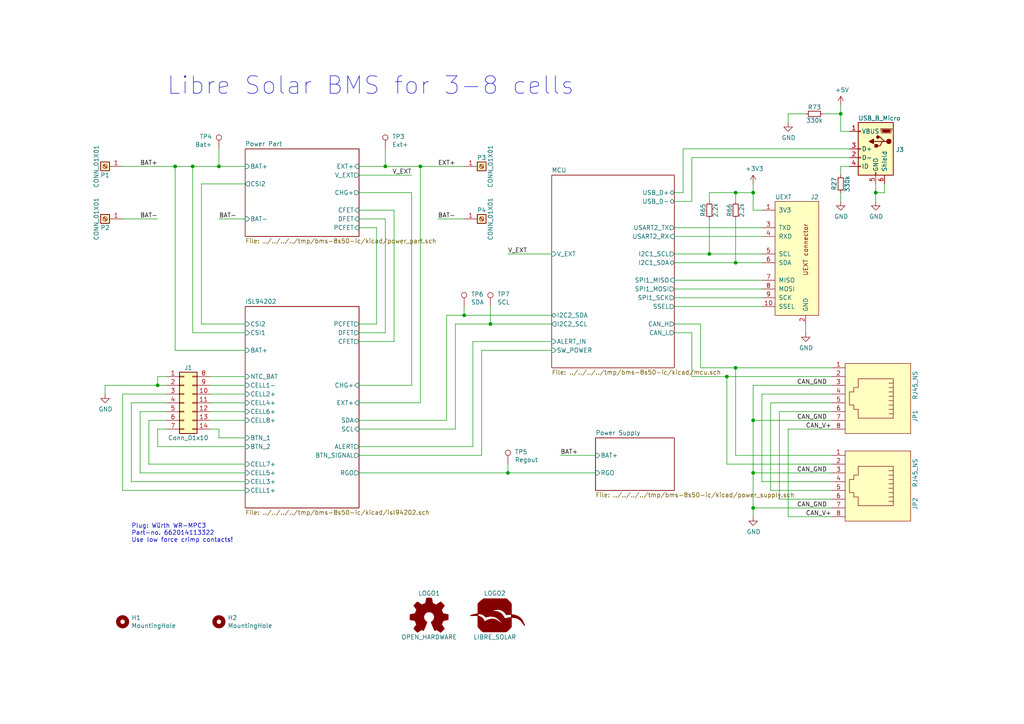
<source format=kicad_sch>
(kicad_sch (version 20230121) (generator eeschema)
  (paper "A4")
  (title_block (title "BMS 8S50 IC") (date "2020-05-08") (rev "0.1.1") (company "Libre Solar") (comment 1 "License: CC-BY-SA") (comment 2 "Author: Martin Jäger"))
  (lib_symbols
    (symbol "Connector:Screw_Terminal_01x01" (pin_names (offset 1.016) hide)
      (property "Reference" "J" (at 0 2.54 0))
      (property "Value" "Screw_Terminal_01x01" (at 0 -2.54 0))
      (symbol "Screw_Terminal_01x01_1_1"
        (pin passive line (at -5.08 0 0) (length 3.81) (name "Pin_1") (number "1"))
      )
    )
    (symbol "Connector:TestPoint" (pin_numbers hide) (pin_names (offset 0.762) hide)
      (property "Reference" "TP" (at 0 6.858 0))
      (property "Value" "TestPoint" (at 0 5.08 0))
      (symbol "TestPoint_1_1"
        (pin passive line (at 0 0 90) (length 2.54) (name "1") (number "1"))
      )
    )
    (symbol "Connector_Generic:Conn_02x07_Top_Bottom" (pin_names (offset 1.016) hide)
      (property "Reference" "J" (at 1.27 10.16 0))
      (property "Value" "Conn_02x07_Top_Bottom" (at 1.27 -10.16 0))
      (symbol "Conn_02x07_Top_Bottom_1_1"
        (pin passive line (at -5.08 7.62 0) (length 3.81) (name "Pin_1") (number "1"))
        (pin passive line (at 7.62 2.54 180) (length 3.81) (name "Pin_10") (number "10"))
        (pin passive line (at 7.62 0 180) (length 3.81) (name "Pin_11") (number "11"))
        (pin passive line (at 7.62 -2.54 180) (length 3.81) (name "Pin_12") (number "12"))
        (pin passive line (at 7.62 -5.08 180) (length 3.81) (name "Pin_13") (number "13"))
        (pin passive line (at 7.62 -7.62 180) (length 3.81) (name "Pin_14") (number "14"))
        (pin passive line (at -5.08 5.08 0) (length 3.81) (name "Pin_2") (number "2"))
        (pin passive line (at -5.08 2.54 0) (length 3.81) (name "Pin_3") (number "3"))
        (pin passive line (at -5.08 0 0) (length 3.81) (name "Pin_4") (number "4"))
        (pin passive line (at -5.08 -2.54 0) (length 3.81) (name "Pin_5") (number "5"))
        (pin passive line (at -5.08 -5.08 0) (length 3.81) (name "Pin_6") (number "6"))
        (pin passive line (at -5.08 -7.62 0) (length 3.81) (name "Pin_7") (number "7"))
        (pin passive line (at 7.62 7.62 180) (length 3.81) (name "Pin_8") (number "8"))
        (pin passive line (at 7.62 5.08 180) (length 3.81) (name "Pin_9") (number "9"))
      )
    )
    (symbol "Mechanical:MountingHole" (pin_names (offset 1.016))
      (property "Reference" "H" (at 0 5.08 0))
      (property "Value" "MountingHole" (at 0 3.175 0))
    )
    (symbol "Project:LibreSolar_Logo" (pin_numbers hide) (pin_names (offset 1.016) hide)
      (property "Reference" "LOGO" (at 0 6.985 0))
      (property "Value" "LibreSolar_Logo" (at 0 -5.715 0))
    )
    (symbol "Project:Logo_Open_Hardware_Small" (pin_names (offset 1.016)))
    (symbol "Project:R" (pin_numbers hide) (pin_names (offset 0.254) hide)
      (property "Reference" "R" (at -1.905 0 90))
      (property "Value" "R" (at 1.905 0 90))
      (symbol "R_1_1"
        (pin passive line (at 0 2.54 270) (length 0.762) (name "~") (number "1"))
        (pin passive line (at 0 -2.54 90) (length 0.762) (name "~") (number "2"))
      )
    )
    (symbol "Project:RJ45_NS" (pin_names (offset 1.016))
      (property "Reference" "J" (at 8.89 12.7 0))
      (property "Value" "RJ45_NS" (at -6.35 12.7 0))
      (symbol "RJ45_NS_1_1"
        (pin passive line (at -8.89 -11.43 90) (length 3.81) (name "~") (number "1"))
        (pin passive line (at -6.35 -11.43 90) (length 3.81) (name "~") (number "2"))
        (pin passive line (at -3.81 -11.43 90) (length 3.81) (name "~") (number "3"))
        (pin passive line (at -1.27 -11.43 90) (length 3.81) (name "~") (number "4"))
        (pin passive line (at 1.27 -11.43 90) (length 3.81) (name "~") (number "5"))
        (pin passive line (at 3.81 -11.43 90) (length 3.81) (name "~") (number "6"))
        (pin passive line (at 6.35 -11.43 90) (length 3.81) (name "~") (number "7"))
        (pin passive line (at 8.89 -11.43 90) (length 3.81) (name "~") (number "8"))
      )
    )
    (symbol "bms-8s50-ic-rescue:+3.3V-power" (power) (pin_names (offset 0))
      (property "Value" "+3.3V-power" (at 0 3.556 0))
      (symbol "+3.3V-power_1_1"
        (pin power_in line (at 0 0 90) (length 0) hide (name "+3V3") (number "1"))
      )
    )
    (symbol "bms-8s50-ic-rescue:UEXT-LibreSolar" (pin_names (offset 1.016))
      (property "Reference" "J" (at -6.35 19.05 0))
      (property "Value" "LibreSolar_UEXT" (at 6.35 19.05 0))
      (symbol "UEXT-LibreSolar_0_0"
        (text "UEXT connector" (at -2.54 3.81 900) (effects (font (size 1.27 1.27))))
        (pin passive line (at 10.16 7.62 180) (length 3.81) (name "RXD") (number "4"))
      )
      (symbol "UEXT-LibreSolar_1_1"
        (pin passive line (at 10.16 15.24 180) (length 3.81) (name "3V3") (number "1"))
        (pin passive line (at 10.16 -12.7 180) (length 3.81) (name "SSEL") (number "10"))
        (pin passive line (at -2.54 -17.78 90) (length 2.54) (name "GND") (number "2"))
        (pin passive line (at 10.16 10.16 180) (length 3.81) (name "TXD") (number "3"))
        (pin passive line (at 10.16 2.54 180) (length 3.81) (name "SCL") (number "5"))
        (pin passive line (at 10.16 0 180) (length 3.81) (name "SDA") (number "6"))
        (pin passive line (at 10.16 -5.08 180) (length 3.81) (name "MISO") (number "7"))
        (pin passive line (at 10.16 -7.62 180) (length 3.81) (name "MOSI") (number "8"))
        (pin passive line (at 10.16 -10.16 180) (length 3.81) (name "SCK") (number "9"))
      )
    )
    (symbol "bms-8s50-ic-rescue:USB_B_Micro-Connector" (pin_names (offset 1.016))
      (property "Reference" "J" (at -5.08 11.43 0))
      (property "Value" "Connector_USB_B_Micro" (at -5.08 8.89 0))
      (symbol "USB_B_Micro-Connector_1_1"
        (pin power_out line (at 7.62 5.08 180) (length 2.54) (name "VBUS") (number "1"))
        (pin passive line (at 7.62 -2.54 180) (length 2.54) (name "D-") (number "2"))
        (pin passive line (at 7.62 0 180) (length 2.54) (name "D+") (number "3"))
        (pin passive line (at 7.62 -5.08 180) (length 2.54) (name "ID") (number "4"))
        (pin power_out line (at 0 -10.16 90) (length 2.54) (name "GND") (number "5"))
        (pin passive line (at -2.54 -10.16 90) (length 2.54) (name "Shield") (number "6"))
      )
    )
    (symbol "power:+5V" (power) (pin_names (offset 0))
      (property "Value" "+5V" (at 0 3.556 0))
      (symbol "+5V_1_1"
        (pin power_in line (at 0 0 90) (length 0) hide (name "+5V") (number "1"))
      )
    )
    (symbol "power:GND" (power) (pin_names (offset 0))
      (property "Value" "GND" (at 0 -3.81 0))
      (symbol "GND_1_1"
        (pin power_in line (at 0 0 270) (length 0) hide (name "GND") (number "1"))
      )
    )
  )
  (junction (at 147.32 137.16))
  (junction (at 218.44 121.92))
  (junction (at 63.5 48.26))
  (junction (at 213.36 76.2))
  (junction (at 210.82 109.22))
  (junction (at 134.62 91.44))
  (junction (at 213.36 106.68))
  (junction (at 50.8 48.26))
  (junction (at 213.36 55.88))
  (junction (at 218.44 147.32))
  (junction (at 121.92 48.26))
  (junction (at 142.24 93.98))
  (junction (at 111.76 48.26))
  (junction (at 205.74 73.66))
  (junction (at 45.72 111.76))
  (junction (at 218.44 55.88))
  (junction (at 254 55.88))
  (junction (at 55.88 48.26))
  (junction (at 243.84 33.02))
  (junction (at 218.44 137.16))
  (wire (pts (xy 35.56 48.26) (xy 50.8 48.26)))
  (wire (pts (xy 226.06 119.38) (xy 226.06 144.78)))
  (wire (pts (xy 220.98 88.9) (xy 195.58 88.9)))
  (wire (pts (xy 220.98 114.3) (xy 220.98 139.7)))
  (wire (pts (xy 220.98 83.82) (xy 195.58 83.82)))
  (wire (pts (xy 213.36 63.5) (xy 213.36 76.2)))
  (wire (pts (xy 121.92 48.26) (xy 111.76 48.26)))
  (wire (pts (xy 218.44 111.76) (xy 218.44 121.92)))
  (wire (pts (xy 43.18 121.92) (xy 43.18 134.62)))
  (wire (pts (xy 218.44 147.32) (xy 241.3 147.32)))
  (wire (pts (xy 160.02 99.06) (xy 137.16 99.06)))
  (wire (pts (xy 63.5 127) (xy 63.5 124.46)))
  (wire (pts (xy 223.52 142.24) (xy 241.3 142.24)))
  (wire (pts (xy 114.3 60.96) (xy 114.3 99.06)))
  (wire (pts (xy 228.6 33.02) (xy 228.6 35.56)))
  (wire (pts (xy 121.92 48.26) (xy 134.62 48.26)))
  (wire (pts (xy 200.66 45.72) (xy 200.66 58.42)))
  (wire (pts (xy 48.26 109.22) (xy 45.72 109.22)))
  (wire (pts (xy 220.98 68.58) (xy 195.58 68.58)))
  (wire (pts (xy 213.36 132.08) (xy 241.3 132.08)))
  (wire (pts (xy 243.84 38.1) (xy 243.84 33.02)))
  (wire (pts (xy 205.74 55.88) (xy 213.36 55.88)))
  (wire (pts (xy 147.32 134.62) (xy 147.32 137.16)))
  (wire (pts (xy 241.3 116.84) (xy 223.52 116.84)))
  (wire (pts (xy 45.72 124.46) (xy 45.72 129.54)))
  (wire (pts (xy 210.82 109.22) (xy 241.3 109.22)))
  (wire (pts (xy 210.82 109.22) (xy 200.66 109.22)))
  (wire (pts (xy 129.54 91.44) (xy 134.62 91.44)))
  (wire (pts (xy 35.56 63.5) (xy 45.72 63.5)))
  (wire (pts (xy 137.16 99.06) (xy 137.16 129.54)))
  (wire (pts (xy 241.3 114.3) (xy 220.98 114.3)))
  (wire (pts (xy 205.74 73.66) (xy 220.98 73.66)))
  (wire (pts (xy 218.44 60.96) (xy 218.44 55.88)))
  (wire (pts (xy 71.12 127) (xy 63.5 127)))
  (wire (pts (xy 228.6 124.46) (xy 241.3 124.46)))
  (wire (pts (xy 132.08 93.98) (xy 142.24 93.98)))
  (wire (pts (xy 147.32 137.16) (xy 172.72 137.16)))
  (wire (pts (xy 45.72 109.22) (xy 45.72 111.76)))
  (wire (pts (xy 220.98 60.96) (xy 218.44 60.96)))
  (wire (pts (xy 50.8 48.26) (xy 55.88 48.26)))
  (wire (pts (xy 218.44 55.88) (xy 218.44 53.34)))
  (wire (pts (xy 30.48 111.76) (xy 45.72 111.76)))
  (wire (pts (xy 109.22 93.98) (xy 104.14 93.98)))
  (wire (pts (xy 210.82 109.22) (xy 210.82 134.62)))
  (wire (pts (xy 220.98 139.7) (xy 241.3 139.7)))
  (wire (pts (xy 104.14 96.52) (xy 111.76 96.52)))
  (wire (pts (xy 63.5 48.26) (xy 55.88 48.26)))
  (wire (pts (xy 71.12 96.52) (xy 55.88 96.52)))
  (wire (pts (xy 218.44 55.88) (xy 213.36 55.88)))
  (wire (pts (xy 195.58 86.36) (xy 220.98 86.36)))
  (wire (pts (xy 71.12 53.34) (xy 58.42 53.34)))
  (wire (pts (xy 134.62 91.44) (xy 160.02 91.44)))
  (wire (pts (xy 228.6 149.86) (xy 241.3 149.86)))
  (wire (pts (xy 58.42 53.34) (xy 58.42 93.98)))
  (wire (pts (xy 63.5 124.46) (xy 60.96 124.46)))
  (wire (pts (xy 218.44 137.16) (xy 218.44 147.32)))
  (wire (pts (xy 213.36 55.88) (xy 213.36 58.42)))
  (wire (pts (xy 48.26 124.46) (xy 45.72 124.46)))
  (wire (pts (xy 60.96 114.3) (xy 71.12 114.3)))
  (wire (pts (xy 48.26 121.92) (xy 43.18 121.92)))
  (wire (pts (xy 129.54 91.44) (xy 129.54 121.92)))
  (wire (pts (xy 71.12 101.6) (xy 50.8 101.6)))
  (wire (pts (xy 60.96 109.22) (xy 71.12 109.22)))
  (wire (pts (xy 60.96 119.38) (xy 71.12 119.38)))
  (wire (pts (xy 109.22 66.04) (xy 109.22 93.98)))
  (wire (pts (xy 121.92 48.26) (xy 121.92 116.84)))
  (wire (pts (xy 63.5 63.5) (xy 71.12 63.5)))
  (wire (pts (xy 45.72 111.76) (xy 48.26 111.76)))
  (wire (pts (xy 38.1 139.7) (xy 38.1 116.84)))
  (wire (pts (xy 129.54 121.92) (xy 104.14 121.92)))
  (wire (pts (xy 195.58 96.52) (xy 200.66 96.52)))
  (wire (pts (xy 243.84 33.02) (xy 243.84 30.48)))
  (wire (pts (xy 243.84 55.88) (xy 243.84 58.42)))
  (wire (pts (xy 119.38 55.88) (xy 119.38 111.76)))
  (wire (pts (xy 30.48 111.76) (xy 30.48 114.3)))
  (wire (pts (xy 203.2 106.68) (xy 213.36 106.68)))
  (wire (pts (xy 218.44 111.76) (xy 241.3 111.76)))
  (wire (pts (xy 243.84 48.26) (xy 243.84 50.8)))
  (wire (pts (xy 71.12 48.26) (xy 63.5 48.26)))
  (wire (pts (xy 254 55.88) (xy 256.54 55.88)))
  (wire (pts (xy 139.7 132.08) (xy 104.14 132.08)))
  (wire (pts (xy 218.44 121.92) (xy 218.44 137.16)))
  (wire (pts (xy 114.3 99.06) (xy 104.14 99.06)))
  (wire (pts (xy 60.96 111.76) (xy 71.12 111.76)))
  (wire (pts (xy 40.64 119.38) (xy 48.26 119.38)))
  (wire (pts (xy 104.14 137.16) (xy 147.32 137.16)))
  (wire (pts (xy 104.14 55.88) (xy 119.38 55.88)))
  (wire (pts (xy 243.84 33.02) (xy 238.76 33.02)))
  (wire (pts (xy 43.18 134.62) (xy 71.12 134.62)))
  (wire (pts (xy 200.66 109.22) (xy 200.66 96.52)))
  (wire (pts (xy 35.56 114.3) (xy 48.26 114.3)))
  (wire (pts (xy 40.64 137.16) (xy 40.64 119.38)))
  (wire (pts (xy 218.44 147.32) (xy 218.44 149.86)))
  (wire (pts (xy 45.72 129.54) (xy 71.12 129.54)))
  (wire (pts (xy 132.08 124.46) (xy 132.08 93.98)))
  (wire (pts (xy 55.88 96.52) (xy 55.88 48.26)))
  (wire (pts (xy 142.24 88.9) (xy 142.24 93.98)))
  (wire (pts (xy 104.14 124.46) (xy 132.08 124.46)))
  (wire (pts (xy 246.38 48.26) (xy 243.84 48.26)))
  (wire (pts (xy 134.62 88.9) (xy 134.62 91.44)))
  (wire (pts (xy 195.58 76.2) (xy 213.36 76.2)))
  (wire (pts (xy 111.76 96.52) (xy 111.76 63.5)))
  (wire (pts (xy 111.76 48.26) (xy 104.14 48.26)))
  (wire (pts (xy 218.44 121.92) (xy 241.3 121.92)))
  (wire (pts (xy 205.74 58.42) (xy 205.74 55.88)))
  (wire (pts (xy 71.12 139.7) (xy 38.1 139.7)))
  (wire (pts (xy 198.12 43.18) (xy 246.38 43.18)))
  (wire (pts (xy 254 53.34) (xy 254 55.88)))
  (wire (pts (xy 254 55.88) (xy 254 58.42)))
  (wire (pts (xy 213.36 106.68) (xy 213.36 132.08)))
  (wire (pts (xy 58.42 93.98) (xy 71.12 93.98)))
  (wire (pts (xy 160.02 73.66) (xy 147.32 73.66)))
  (wire (pts (xy 200.66 58.42) (xy 195.58 58.42)))
  (wire (pts (xy 119.38 111.76) (xy 104.14 111.76)))
  (wire (pts (xy 195.58 93.98) (xy 203.2 93.98)))
  (wire (pts (xy 137.16 129.54) (xy 104.14 129.54)))
  (wire (pts (xy 210.82 134.62) (xy 241.3 134.62)))
  (wire (pts (xy 142.24 93.98) (xy 160.02 93.98)))
  (wire (pts (xy 246.38 38.1) (xy 243.84 38.1)))
  (wire (pts (xy 38.1 116.84) (xy 48.26 116.84)))
  (wire (pts (xy 160.02 101.6) (xy 139.7 101.6)))
  (wire (pts (xy 233.68 96.52) (xy 233.68 93.98)))
  (wire (pts (xy 198.12 55.88) (xy 198.12 43.18)))
  (wire (pts (xy 213.36 76.2) (xy 220.98 76.2)))
  (wire (pts (xy 228.6 124.46) (xy 228.6 149.86)))
  (wire (pts (xy 203.2 93.98) (xy 203.2 106.68)))
  (wire (pts (xy 226.06 144.78) (xy 241.3 144.78)))
  (wire (pts (xy 246.38 45.72) (xy 200.66 45.72)))
  (wire (pts (xy 104.14 60.96) (xy 114.3 60.96)))
  (wire (pts (xy 213.36 106.68) (xy 241.3 106.68)))
  (wire (pts (xy 256.54 55.88) (xy 256.54 53.34)))
  (wire (pts (xy 162.56 132.08) (xy 172.72 132.08)))
  (wire (pts (xy 220.98 66.04) (xy 195.58 66.04)))
  (wire (pts (xy 127 63.5) (xy 134.62 63.5)))
  (wire (pts (xy 205.74 63.5) (xy 205.74 73.66)))
  (wire (pts (xy 60.96 121.92) (xy 71.12 121.92)))
  (wire (pts (xy 111.76 43.18) (xy 111.76 48.26)))
  (wire (pts (xy 35.56 114.3) (xy 35.56 142.24)))
  (wire (pts (xy 195.58 55.88) (xy 198.12 55.88)))
  (wire (pts (xy 139.7 101.6) (xy 139.7 132.08)))
  (wire (pts (xy 71.12 137.16) (xy 40.64 137.16)))
  (wire (pts (xy 121.92 116.84) (xy 104.14 116.84)))
  (wire (pts (xy 35.56 142.24) (xy 71.12 142.24)))
  (wire (pts (xy 104.14 66.04) (xy 109.22 66.04)))
  (wire (pts (xy 195.58 81.28) (xy 220.98 81.28)))
  (wire (pts (xy 60.96 116.84) (xy 71.12 116.84)))
  (wire (pts (xy 111.76 63.5) (xy 104.14 63.5)))
  (wire (pts (xy 218.44 137.16) (xy 241.3 137.16)))
  (wire (pts (xy 63.5 43.18) (xy 63.5 48.26)))
  (wire (pts (xy 195.58 73.66) (xy 205.74 73.66)))
  (wire (pts (xy 50.8 101.6) (xy 50.8 48.26)))
  (wire (pts (xy 233.68 33.02) (xy 228.6 33.02)))
  (wire (pts (xy 104.14 50.8) (xy 119.38 50.8)))
  (wire (pts (xy 223.52 116.84) (xy 223.52 142.24)))
  (wire (pts (xy 226.06 119.38) (xy 241.3 119.38)))
  (text "Plug: Würth WR-MPC3\nPart-no. 662014113322\nUse low force crimp contacts!" (at 38.1 157.48 0) (effects (font (size 1.27 1.27)) (justify left bottom)))
  (text "Libre Solar BMS for 3-8 cells" (at 48.26 27.94 0) (effects (font (size 5.08 5.08)) (justify left bottom)))
  (label "CAN_GND" (at 231.14 111.76 0))
  (label "CAN_GND" (at 231.14 121.92 0))
  (label "BAT-" (at 45.72 63.5 180))
  (label "BAT+" (at 45.72 48.26 180))
  (label "CAN_GND" (at 231.14 147.32 0))
  (label "BAT-" (at 63.5 63.5 0))
  (label "V_EXT" (at 119.38 50.8 180))
  (label "CAN_GND" (at 231.14 137.16 0))
  (label "EXT+" (at 127 48.26 0))
  (label "V_EXT" (at 147.32 73.66 0))
  (label "CAN_V+" (at 233.68 149.86 0))
  (label "BAT+" (at 162.56 132.08 0))
  (label "CAN_V+" (at 233.68 124.46 0))
  (label "BAT-" (at 127 63.5 0))
  (symbol (lib_id "Project:LibreSolar_Logo") (at 143.51 179.07 0) (unit 1)
    (property "Reference" "LOGO2" (at 143.51 172.085 0))
    (property "Value" "LIBRE_SOLAR" (at 143.51 184.785 0))
    (property "Footprint" "LibreSolar:LIBRESOLAR_LOGO" (effects hide))
  )
  (symbol (lib_id "Project:Logo_Open_Hardware_Small") (at 124.46 179.07 0) (unit 1)
    (property "Reference" "LOGO1" (at 124.46 172.085 0))
    (property "Value" "OPEN_HARDWARE" (at 124.46 184.785 0))
    (property "Footprint" "Symbol:OSHW-Logo_5.7x6mm_SilkScreen" (effects hide))
  )
  (symbol (lib_id "Connector:TestPoint") (at 63.5 43.18 0) (mirror y) (unit 1)
    (property "Reference" "TP4" (at 61.5188 39.624 0) (effects (justify left)))
    (property "Value" "Bat+" (at 61.5188 41.9354 0) (effects (justify left)))
    (property "Footprint" "LibreSolar:TestPoint_1mm_pad" (effects hide))
  )
  (symbol (lib_id "Connector:TestPoint") (at 147.32 134.62 0) (unit 1)
    (property "Reference" "TP5" (at 149.3012 131.064 0) (effects (justify left)))
    (property "Value" "Regout" (at 149.3012 133.3754 0) (effects (justify left)))
    (property "Footprint" "LibreSolar:TestPoint_1mm_pad" (effects hide))
  )
  (symbol (lib_id "Connector:TestPoint") (at 111.76 43.18 0) (unit 1)
    (property "Reference" "TP3" (at 113.7412 39.624 0) (effects (justify left)))
    (property "Value" "Ext+" (at 113.7412 41.9354 0) (effects (justify left)))
    (property "Footprint" "LibreSolar:TestPoint_1mm_pad" (effects hide))
  )
  (symbol (lib_id "Connector:TestPoint") (at 134.62 88.9 0) (unit 1)
    (property "Reference" "TP6" (at 136.6012 85.344 0) (effects (justify left)))
    (property "Value" "SDA" (at 136.6012 87.6554 0) (effects (justify left)))
    (property "Footprint" "LibreSolar:TestPoint_1mm_pad" (effects hide))
  )
  (symbol (lib_id "Connector:TestPoint") (at 142.24 88.9 0) (unit 1)
    (property "Reference" "TP7" (at 144.2212 85.344 0) (effects (justify left)))
    (property "Value" "SCL" (at 144.2212 87.6554 0) (effects (justify left)))
    (property "Footprint" "LibreSolar:TestPoint_1mm_pad" (effects hide))
  )
  (symbol (lib_id "Project:R") (at 213.36 60.96 0) (mirror x) (unit 1)
    (property "Reference" "R66" (at 211.582 60.96 90))
    (property "Value" "2.2k" (at 215.138 60.96 90))
    (property "Footprint" "LibreSolar:R_0603_1608" (effects hide))
    (property "Manufacturer" "Yageo" (effects hide))
    (property "PartNumber" "RC0603FR-072K2L" (effects hide))
  )
  (symbol (lib_id "Project:R") (at 205.74 60.96 0) (mirror x) (unit 1)
    (property "Reference" "R65" (at 203.962 60.96 90))
    (property "Value" "2.2k" (at 207.518 60.96 90))
    (property "Footprint" "LibreSolar:R_0603_1608" (effects hide))
    (property "Manufacturer" "Yageo" (effects hide))
    (property "PartNumber" "RC0603FR-072K2L" (effects hide))
  )
  (symbol (lib_id "bms-8s50-ic-rescue:USB_B_Micro-Connector") (at 254 43.18 0) (mirror y) (unit 1)
    (property "Reference" "J3" (at 259.8166 43.4086 0) (effects (justify right)))
    (property "Value" "USB_B_Micro" (at 248.92 34.29 0) (effects (justify right)))
    (property "Footprint" "LibreSolar:USB_Micro-B_10103594-0001LF" (effects hide))
    (property "Manufacturer" "Amphenol FCI" (effects hide))
    (property "PartNumber" "10103594-0001LF" (effects hide))
  )
  (symbol (lib_id "bms-8s50-ic-rescue:UEXT-LibreSolar") (at 231.14 76.2 0) (mirror y) (unit 1)
    (property "Reference" "J2" (at 237.49 57.15 0) (effects (justify left)))
    (property "Value" "UEXT" (at 224.79 57.15 0) (effects (justify right)))
    (property "Footprint" "LibreSolar:Box_Header_2x05x2.54mm_Straight" (effects hide))
    (property "Manufacturer" "Würth" (effects hide))
    (property "PartNumber" "61201021621" (effects hide))
  )
  (symbol (lib_id "Connector:Screw_Terminal_01x01") (at 30.48 48.26 180) (unit 1)
    (property "Reference" "P1" (at 30.48 50.8 0))
    (property "Value" "CONN_01X01" (at 27.94 48.26 90))
    (property "Footprint" "LibreSolar:Wuerth_WP-THRBU_74650195" (effects hide))
    (property "Manufacturer" "Wuerth" (effects hide))
    (property "PartNumber" "74650195" (effects hide))
  )
  (symbol (lib_id "Connector:Screw_Terminal_01x01") (at 30.48 63.5 180) (unit 1)
    (property "Reference" "P2" (at 30.48 66.04 0))
    (property "Value" "CONN_01X01" (at 27.94 63.5 90))
    (property "Footprint" "LibreSolar:Wuerth_WP-THRBU_74650195" (effects hide))
    (property "Manufacturer" "Wuerth" (effects hide))
    (property "PartNumber" "74650195" (effects hide))
  )
  (symbol (lib_id "Connector:Screw_Terminal_01x01") (at 139.7 48.26 0) (unit 1)
    (property "Reference" "P3" (at 139.7 45.72 0))
    (property "Value" "CONN_01X01" (at 142.24 48.26 90))
    (property "Footprint" "LibreSolar:Wuerth_WP-THRBU_74650195" (effects hide))
    (property "Manufacturer" "Wuerth" (effects hide))
  )
  (symbol (lib_id "Connector:Screw_Terminal_01x01") (at 139.7 63.5 0) (unit 1)
    (property "Reference" "P4" (at 139.7 60.96 0))
    (property "Value" "CONN_01X01" (at 142.24 63.5 90))
    (property "Footprint" "LibreSolar:Wuerth_WP-THRBU_74650195" (effects hide))
    (property "Manufacturer" "Wuerth" (effects hide))
    (property "PartNumber" "74650195" (effects hide))
  )
  (symbol (lib_id "power:GND") (at 233.68 96.52 0) (unit 1)
    (property "Reference" "#PWR0115" (effects hide))
    (property "Value" "GND" (at 233.807 100.9142 0))
  )
  (symbol (lib_id "power:GND") (at 254 58.42 0) (unit 1)
    (property "Reference" "#PWR0116" (effects hide))
    (property "Value" "GND" (at 254.127 62.8142 0))
  )
  (symbol (lib_id "Project:R") (at 243.84 53.34 0) (unit 1)
    (property "Reference" "R27" (at 241.935 53.34 90))
    (property "Value" "330k" (at 245.745 53.34 90))
    (property "Footprint" "LibreSolar:R_0603_1608" (effects hide))
    (property "Manufacturer" "Yageo" (effects hide))
    (property "PartNumber" "RC0603FR-07330KL" (effects hide))
  )
  (symbol (lib_id "power:GND") (at 243.84 58.42 0) (unit 1)
    (property "Reference" "#PWR0117" (effects hide))
    (property "Value" "GND" (at 243.967 62.8142 0))
  )
  (symbol (lib_id "bms-8s50-ic-rescue:+3.3V-power") (at 218.44 53.34 0) (unit 1)
    (property "Reference" "#PWR0118" (effects hide))
    (property "Value" "+3.3V" (at 218.821 48.9458 0))
  )
  (symbol (lib_id "power:+5V") (at 243.84 30.48 0) (unit 1)
    (property "Reference" "#PWR011" (effects hide))
    (property "Value" "+5V" (at 244.221 26.0858 0))
  )
  (symbol (lib_id "Project:RJ45_NS") (at 252.73 140.97 270) (unit 1)
    (property "Reference" "JP2" (at 265.43 146.05 0))
    (property "Value" "RJ45_NS" (at 265.43 137.16 0))
    (property "Footprint" "LibreSolar:RJ45_8P8C" (effects hide))
    (property "Manufacturer" "FCI / Amphenol" (effects hide))
    (property "PartNumber" "54602-908LF" (effects hide))
  )
  (symbol (lib_id "Project:RJ45_NS") (at 252.73 115.57 270) (unit 1)
    (property "Reference" "JP1" (at 265.43 120.65 0))
    (property "Value" "RJ45_NS" (at 265.43 111.76 0))
    (property "Footprint" "LibreSolar:RJ45_8P8C" (effects hide))
    (property "Manufacturer" "FCI / Amphenol" (effects hide))
    (property "PartNumber" "54602-908LF" (effects hide))
  )
  (symbol (lib_id "power:GND") (at 218.44 149.86 0) (unit 1)
    (property "Reference" "#PWR0120" (effects hide))
    (property "Value" "GND" (at 218.567 154.2542 0))
  )
  (symbol (lib_id "Connector_Generic:Conn_02x07_Top_Bottom") (at 53.34 116.84 0) (unit 1)
    (property "Reference" "J1" (at 54.61 106.68 0))
    (property "Value" "Conn_01x10" (at 54.61 127 0))
    (property "Footprint" "Connector_Molex:Molex_Micro-Fit_3.0_43045-1400_2x07_P3.00mm_Horizontal" (effects hide))
    (property "Manufacturer" "Würth" (effects hide))
    (property "PartNumber" "66201421022" (effects hide))
  )
  (symbol (lib_id "power:GND") (at 30.48 114.3 0) (unit 1)
    (property "Reference" "#PWR0101" (effects hide))
    (property "Value" "GND" (at 30.607 118.6942 0))
  )
  (symbol (lib_id "Mechanical:MountingHole") (at 35.56 180.34 0) (unit 1)
    (property "Reference" "H1" (at 38.1 179.1716 0) (effects (justify left)))
    (property "Value" "MountingHole" (at 38.1 181.483 0) (effects (justify left)))
    (property "Footprint" "MountingHole:MountingHole_3.2mm_M3_Pad" (effects hide))
  )
  (symbol (lib_id "Mechanical:MountingHole") (at 63.5 180.34 0) (unit 1)
    (property "Reference" "H2" (at 66.04 179.1716 0) (effects (justify left)))
    (property "Value" "MountingHole" (at 66.04 181.483 0) (effects (justify left)))
    (property "Footprint" "MountingHole:MountingHole_3.2mm_M3_Pad" (effects hide))
  )
  (symbol (lib_id "power:GND") (at 228.6 35.56 0) (unit 1)
    (property "Reference" "#PWR015" (effects hide))
    (property "Value" "GND" (at 228.727 39.9542 0))
  )
  (symbol (lib_id "Project:R") (at 236.22 33.02 270) (unit 1)
    (property "Reference" "R73" (at 236.22 31.115 90))
    (property "Value" "330k" (at 236.22 34.925 90))
    (property "Footprint" "LibreSolar:R_0603_1608" (effects hide))
    (property "Manufacturer" "Yageo" (effects hide))
    (property "PartNumber" "RC0603FR-07330KL" (effects hide))
  )
  (sheet (at 172.72 127) (size 22.86 15.24)
    (property "Sheetname" "Power Supply" (at 172.72 126.2884 0) (effects (justify left bottom)))
    (property "Sheetfile" "../../../../tmp/bms-8s50-ic/kicad/power_supply.sch" (at 172.72 142.8246 0) (effects (justify left top)))
    (pin "RGO" input (at 172.72 137.16 180))
    (pin "BAT+" input (at 172.72 132.08 180))
  )
  (sheet (at 160.02 50.8) (size 35.56 55.88)
    (property "Sheetname" "MCU" (at 160.02 50.0884 0) (effects (justify left bottom)))
    (property "Sheetfile" "../../../../tmp/bms-8s50-ic/kicad/mcu.sch" (at 160.02 107.2646 0) (effects (justify left top)))
    (pin "I2C1_SDA" bidirectional (at 195.58 76.2 0))
    (pin "I2C1_SCL" output (at 195.58 73.66 0))
    (pin "SPI1_MOSI" output (at 195.58 83.82 0))
    (pin "SPI1_MISO" input (at 195.58 81.28 0))
    (pin "SPI1_SCK" output (at 195.58 86.36 0))
    (pin "USART2_RX" input (at 195.58 68.58 0))
    (pin "USART2_TX" output (at 195.58 66.04 0))
    (pin "SSEL" output (at 195.58 88.9 0))
    (pin "I2C2_SCL" output (at 160.02 93.98 180))
    (pin "I2C2_SDA" bidirectional (at 160.02 91.44 180))
    (pin "ALERT_IN" input (at 160.02 99.06 180))
    (pin "SW_POWER" input (at 160.02 101.6 180))
    (pin "CAN_H" output (at 195.58 93.98 0))
    (pin "CAN_L" output (at 195.58 96.52 0))
    (pin "USB_D-" bidirectional (at 195.58 58.42 0))
    (pin "USB_D+" bidirectional (at 195.58 55.88 0))
    (pin "V_EXT" input (at 160.02 73.66 180))
  )
  (sheet (at 71.12 88.9) (size 33.02 58.42)
    (property "Sheetname" "ISL94202" (at 71.12 88.1884 0) (effects (justify left bottom)))
    (property "Sheetfile" "../../../../tmp/bms-8s50-ic/kicad/isl94202.sch" (at 71.12 147.9046 0) (effects (justify left top)))
    (pin "SDA" bidirectional (at 104.14 121.92 0))
    (pin "SCL" input (at 104.14 124.46 0))
    (pin "RGO" output (at 104.14 137.16 0))
    (pin "CELL8+" input (at 71.12 121.92 180))
    (pin "CELL7+" input (at 71.12 134.62 180))
    (pin "CELL6+" input (at 71.12 119.38 180))
    (pin "CELL5+" input (at 71.12 137.16 180))
    (pin "CELL4+" input (at 71.12 116.84 180))
    (pin "CELL3+" input (at 71.12 139.7 180))
    (pin "CELL2+" input (at 71.12 114.3 180))
    (pin "CELL1+" input (at 71.12 142.24 180))
    (pin "CELL1-" input (at 71.12 111.76 180))
    (pin "BAT+" input (at 71.12 101.6 180))
    (pin "CHG+" input (at 104.14 111.76 0))
    (pin "EXT+" input (at 104.14 116.84 0))
    (pin "NTC_BAT" input (at 71.12 109.22 180))
    (pin "BTN_1" input (at 71.12 127 180))
    (pin "BTN_2" input (at 71.12 129.54 180))
    (pin "CSI1" input (at 71.12 96.52 180))
    (pin "CSI2" input (at 71.12 93.98 180))
    (pin "CFET" output (at 104.14 99.06 0))
    (pin "PCFET" output (at 104.14 93.98 0))
    (pin "DFET" output (at 104.14 96.52 0))
    (pin "BTN_SIGNAL" output (at 104.14 132.08 0))
    (pin "ALERT" output (at 104.14 129.54 0))
  )
  (sheet (at 71.12 43.18) (size 33.02 25.4)
    (property "Sheetname" "Power Part" (at 71.12 42.4684 0) (effects (justify left bottom)))
    (property "Sheetfile" "../../../../tmp/bms-8s50-ic/kicad/power_part.sch" (at 71.12 69.1646 0) (effects (justify left top)))
    (pin "BAT+" input (at 71.12 48.26 180))
    (pin "CFET" input (at 104.14 60.96 0))
    (pin "DFET" input (at 104.14 63.5 0))
    (pin "PCFET" input (at 104.14 66.04 0))
    (pin "EXT+" input (at 104.14 48.26 0))
    (pin "V_EXT" output (at 104.14 50.8 0))
    (pin "CHG+" output (at 104.14 55.88 0))
    (pin "CSI2" output (at 71.12 53.34 180))
    (pin "BAT-" input (at 71.12 63.5 180))
  )
)
</source>
